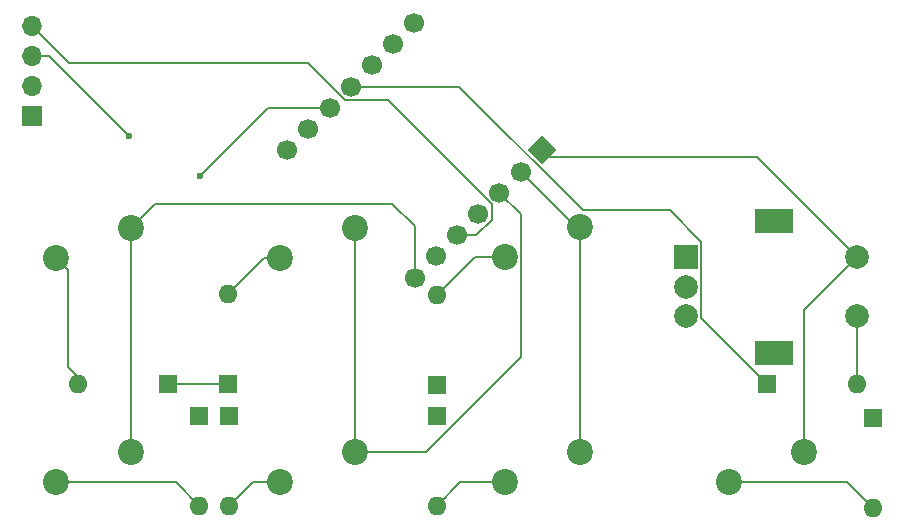
<source format=gtl>
G04 #@! TF.GenerationSoftware,KiCad,Pcbnew,8.0.5*
G04 #@! TF.CreationDate,2024-10-21T21:06:57-07:00*
G04 #@! TF.ProjectId,hackpad,6861636b-7061-4642-9e6b-696361645f70,rev?*
G04 #@! TF.SameCoordinates,Original*
G04 #@! TF.FileFunction,Copper,L1,Top*
G04 #@! TF.FilePolarity,Positive*
%FSLAX46Y46*%
G04 Gerber Fmt 4.6, Leading zero omitted, Abs format (unit mm)*
G04 Created by KiCad (PCBNEW 8.0.5) date 2024-10-21 21:06:57*
%MOMM*%
%LPD*%
G01*
G04 APERTURE LIST*
G04 Aperture macros list*
%AMRotRect*
0 Rectangle, with rotation*
0 The origin of the aperture is its center*
0 $1 length*
0 $2 width*
0 $3 Rotation angle, in degrees counterclockwise*
0 Add horizontal line*
21,1,$1,$2,0,0,$3*%
G04 Aperture macros list end*
G04 #@! TA.AperFunction,ComponentPad*
%ADD10C,2.200000*%
G04 #@! TD*
G04 #@! TA.AperFunction,ComponentPad*
%ADD11R,2.000000X2.000000*%
G04 #@! TD*
G04 #@! TA.AperFunction,ComponentPad*
%ADD12C,2.000000*%
G04 #@! TD*
G04 #@! TA.AperFunction,ComponentPad*
%ADD13R,3.200000X2.000000*%
G04 #@! TD*
G04 #@! TA.AperFunction,ComponentPad*
%ADD14R,1.700000X1.700000*%
G04 #@! TD*
G04 #@! TA.AperFunction,ComponentPad*
%ADD15O,1.700000X1.700000*%
G04 #@! TD*
G04 #@! TA.AperFunction,ComponentPad*
%ADD16R,1.600000X1.600000*%
G04 #@! TD*
G04 #@! TA.AperFunction,ComponentPad*
%ADD17O,1.600000X1.600000*%
G04 #@! TD*
G04 #@! TA.AperFunction,ComponentPad*
%ADD18RotRect,1.700000X1.700000X315.000000*%
G04 #@! TD*
G04 #@! TA.AperFunction,ComponentPad*
%ADD19C,1.700000*%
G04 #@! TD*
G04 #@! TA.AperFunction,ViaPad*
%ADD20C,0.600000*%
G04 #@! TD*
G04 #@! TA.AperFunction,Conductor*
%ADD21C,0.200000*%
G04 #@! TD*
G04 APERTURE END LIST*
D10*
G04 #@! TO.P,SW7,1,1*
G04 #@! TO.N,COL3*
X261050000Y-145950000D03*
G04 #@! TO.P,SW7,2,2*
G04 #@! TO.N,Net-(D8-A)*
X254700000Y-148490000D03*
G04 #@! TD*
G04 #@! TO.P,SW5,1,1*
G04 #@! TO.N,COL2*
X242050000Y-126870000D03*
G04 #@! TO.P,SW5,2,2*
G04 #@! TO.N,Net-(D3-A)*
X235700000Y-129410000D03*
G04 #@! TD*
G04 #@! TO.P,SW2,1,1*
G04 #@! TO.N,COL0*
X204050000Y-145950000D03*
G04 #@! TO.P,SW2,2,2*
G04 #@! TO.N,Net-(D5-A)*
X197700000Y-148490000D03*
G04 #@! TD*
G04 #@! TO.P,SW1,1,1*
G04 #@! TO.N,COL0*
X204050000Y-126950000D03*
G04 #@! TO.P,SW1,2,2*
G04 #@! TO.N,Net-(D1-A)*
X197700000Y-129490000D03*
G04 #@! TD*
G04 #@! TO.P,SW6,1,1*
G04 #@! TO.N,COL2*
X242050000Y-145950000D03*
G04 #@! TO.P,SW6,2,2*
G04 #@! TO.N,Net-(D7-A)*
X235700000Y-148490000D03*
G04 #@! TD*
G04 #@! TO.P,SW3,1,1*
G04 #@! TO.N,COL1*
X223050000Y-126950000D03*
G04 #@! TO.P,SW3,2,2*
G04 #@! TO.N,Net-(D2-A)*
X216700000Y-129490000D03*
G04 #@! TD*
G04 #@! TO.P,SW4,1,1*
G04 #@! TO.N,COL1*
X223050000Y-145950000D03*
G04 #@! TO.P,SW4,2,2*
G04 #@! TO.N,Net-(D6-A)*
X216700000Y-148490000D03*
G04 #@! TD*
D11*
G04 #@! TO.P,SW8,A,A*
G04 #@! TO.N,ROTA*
X251050000Y-129450000D03*
D12*
G04 #@! TO.P,SW8,B,B*
G04 #@! TO.N,ROTB*
X251050000Y-134450000D03*
G04 #@! TO.P,SW8,C,C*
G04 #@! TO.N,GND*
X251050000Y-131950000D03*
D13*
G04 #@! TO.P,SW8,MP*
G04 #@! TO.N,N/C*
X258550000Y-126350000D03*
X258550000Y-137550000D03*
D12*
G04 #@! TO.P,SW8,S1,S1*
G04 #@! TO.N,Net-(D4-A)*
X265550000Y-134450000D03*
G04 #@! TO.P,SW8,S2,S2*
G04 #@! TO.N,COL3*
X265550000Y-129450000D03*
G04 #@! TD*
D14*
G04 #@! TO.P,O1,1,Pin_1*
G04 #@! TO.N,GND*
X195650000Y-117510000D03*
D15*
G04 #@! TO.P,O1,2,Pin_2*
G04 #@! TO.N,VCC*
X195650000Y-114969999D03*
G04 #@! TO.P,O1,3,Pin_3*
G04 #@! TO.N,SCL*
X195650000Y-112430000D03*
G04 #@! TO.P,O1,4,Pin_4*
G04 #@! TO.N,SDA*
X195650000Y-109890000D03*
G04 #@! TD*
D16*
G04 #@! TO.P,D7,1,K*
G04 #@! TO.N,ROW1*
X229950000Y-142880001D03*
D17*
G04 #@! TO.P,D7,2,A*
G04 #@! TO.N,Net-(D7-A)*
X229950000Y-150500001D03*
G04 #@! TD*
D16*
G04 #@! TO.P,D3,1,K*
G04 #@! TO.N,ROW0*
X229950000Y-140300000D03*
D17*
G04 #@! TO.P,D3,2,A*
G04 #@! TO.N,Net-(D3-A)*
X229950000Y-132680000D03*
G04 #@! TD*
D16*
G04 #@! TO.P,D8,1,K*
G04 #@! TO.N,ROW1*
X266900000Y-143050000D03*
D17*
G04 #@! TO.P,D8,2,A*
G04 #@! TO.N,Net-(D8-A)*
X266900000Y-150670000D03*
G04 #@! TD*
D18*
G04 #@! TO.P,U1,1,PA02_A0_D0*
G04 #@! TO.N,COL3*
X238850000Y-120390000D03*
D19*
G04 #@! TO.P,U1,2,PA4_A1_D1*
G04 #@! TO.N,COL2*
X237053949Y-122186051D03*
G04 #@! TO.P,U1,3,PA10_A2_D2*
G04 #@! TO.N,COL1*
X235257897Y-123982102D03*
G04 #@! TO.P,U1,4,PA11_A3_D3*
G04 #@! TO.N,unconnected-(U1-PA11_A3_D3-Pad4)*
X233461846Y-125778153D03*
G04 #@! TO.P,U1,5,PA8_A4_D4_SDA*
G04 #@! TO.N,SDA*
X231665795Y-127574204D03*
G04 #@! TO.P,U1,6,PA9_A5_D5_SCL*
G04 #@! TO.N,SCL*
X229869744Y-129370256D03*
G04 #@! TO.P,U1,7,PB08_A6_D6_TX*
G04 #@! TO.N,COL0*
X228073693Y-131166307D03*
G04 #@! TO.P,U1,8,PB09_A7_D7_RX*
G04 #@! TO.N,ROTB*
X217290314Y-120382928D03*
G04 #@! TO.P,U1,9,PA7_A8_D8_SCK*
G04 #@! TO.N,ROTA*
X219086365Y-118586877D03*
G04 #@! TO.P,U1,10,PA5_A9_D9_MISO*
G04 #@! TO.N,ROW1*
X220882417Y-116790826D03*
G04 #@! TO.P,U1,11,PA6_A10_D10_MOSI*
G04 #@! TO.N,ROW0*
X222678468Y-114994775D03*
G04 #@! TO.P,U1,12,3V3*
G04 #@! TO.N,unconnected-(U1-3V3-Pad12)*
X224474519Y-113198724D03*
G04 #@! TO.P,U1,13,GND*
G04 #@! TO.N,GND*
X226270570Y-111402672D03*
G04 #@! TO.P,U1,14,5V*
G04 #@! TO.N,VCC*
X228066621Y-109606621D03*
G04 #@! TD*
D16*
G04 #@! TO.P,D1,1,K*
G04 #@! TO.N,ROW0*
X207160000Y-140190000D03*
D17*
G04 #@! TO.P,D1,2,A*
G04 #@! TO.N,Net-(D1-A)*
X199540000Y-140190000D03*
G04 #@! TD*
D16*
G04 #@! TO.P,D5,1,K*
G04 #@! TO.N,ROW1*
X209850000Y-142880001D03*
D17*
G04 #@! TO.P,D5,2,A*
G04 #@! TO.N,Net-(D5-A)*
X209850000Y-150500001D03*
G04 #@! TD*
D16*
G04 #@! TO.P,D4,1,K*
G04 #@! TO.N,ROW0*
X257940000Y-140190000D03*
D17*
G04 #@! TO.P,D4,2,A*
G04 #@! TO.N,Net-(D4-A)*
X265560000Y-140190000D03*
G04 #@! TD*
D16*
G04 #@! TO.P,D6,1,K*
G04 #@! TO.N,ROW1*
X212350000Y-142890000D03*
D17*
G04 #@! TO.P,D6,2,A*
G04 #@! TO.N,Net-(D6-A)*
X212350000Y-150510000D03*
G04 #@! TD*
D16*
G04 #@! TO.P,D2,1,K*
G04 #@! TO.N,ROW0*
X212250000Y-140200000D03*
D17*
G04 #@! TO.P,D2,2,A*
G04 #@! TO.N,Net-(D2-A)*
X212250000Y-132580000D03*
G04 #@! TD*
D20*
G04 #@! TO.N,ROW1*
X209900000Y-122550000D03*
G04 #@! TO.N,SCL*
X203900000Y-119200000D03*
G04 #@! TD*
D21*
G04 #@! TO.N,ROW0*
X252350000Y-128150000D02*
X252350000Y-134600000D01*
X222678468Y-114994775D02*
X231828429Y-114994775D01*
X249670000Y-125470000D02*
X252350000Y-128150000D01*
X252350000Y-134600000D02*
X257940000Y-140190000D01*
X207160000Y-140190000D02*
X212240000Y-140190000D01*
X231828429Y-114994775D02*
X242303654Y-125470000D01*
X212240000Y-140190000D02*
X212250000Y-140200000D01*
X242303654Y-125470000D02*
X249670000Y-125470000D01*
G04 #@! TO.N,Net-(D1-A)*
X198750000Y-138700000D02*
X198750000Y-130540000D01*
X198750000Y-130540000D02*
X197700000Y-129490000D01*
X200240000Y-140190000D02*
X198750000Y-138700000D01*
G04 #@! TO.N,ROW1*
X220882417Y-116790826D02*
X215659174Y-116790826D01*
X215659174Y-116790826D02*
X209900000Y-122550000D01*
X209850000Y-142880001D02*
X210200000Y-142530001D01*
G04 #@! TO.N,Net-(D2-A)*
X215340000Y-129490000D02*
X216700000Y-129490000D01*
X212250000Y-132580000D02*
X215340000Y-129490000D01*
G04 #@! TO.N,Net-(D3-A)*
X235700000Y-129410000D02*
X233220000Y-129410000D01*
X233220000Y-129410000D02*
X229950000Y-132680000D01*
G04 #@! TO.N,Net-(D4-A)*
X265550000Y-140180000D02*
X265560000Y-140190000D01*
X265550000Y-134450000D02*
X265550000Y-140180000D01*
G04 #@! TO.N,Net-(D5-A)*
X197700000Y-148490000D02*
X207839999Y-148490000D01*
X207839999Y-148490000D02*
X209850000Y-150500001D01*
G04 #@! TO.N,Net-(D6-A)*
X212350000Y-150510000D02*
X214370000Y-148490000D01*
X214370000Y-148490000D02*
X216700000Y-148490000D01*
G04 #@! TO.N,Net-(D7-A)*
X235700000Y-148490000D02*
X231960001Y-148490000D01*
X231960001Y-148490000D02*
X229950000Y-150500001D01*
G04 #@! TO.N,Net-(D8-A)*
X264720000Y-148490000D02*
X266900000Y-150670000D01*
X254700000Y-148490000D02*
X264720000Y-148490000D01*
G04 #@! TO.N,COL0*
X204050000Y-126950000D02*
X206071847Y-124928153D01*
X228073693Y-130976307D02*
X228300000Y-130750000D01*
X228073693Y-131166307D02*
X228073693Y-130976307D01*
X204050000Y-126950000D02*
X204050000Y-145950000D01*
X228073693Y-126801846D02*
X226200000Y-124928153D01*
X206071847Y-124928153D02*
X226200000Y-124928153D01*
X228073693Y-131166307D02*
X228073693Y-126801846D01*
G04 #@! TO.N,COL1*
X229080001Y-145950000D02*
X237100000Y-137930001D01*
X223050000Y-145950000D02*
X229080001Y-145950000D01*
X237100000Y-137930001D02*
X237100000Y-125824205D01*
X237100000Y-125824205D02*
X235257897Y-123982102D01*
X223050000Y-126950000D02*
X223050000Y-145950000D01*
G04 #@! TO.N,COL2*
X241737898Y-126870000D02*
X242050000Y-126870000D01*
X237053949Y-122186051D02*
X241737898Y-126870000D01*
X242050000Y-126870000D02*
X242050000Y-145950000D01*
G04 #@! TO.N,COL3*
X261050000Y-133950000D02*
X265550000Y-129450000D01*
X261050000Y-145950000D02*
X261050000Y-133950000D01*
X239451041Y-120991041D02*
X257091041Y-120991041D01*
X238850000Y-120390000D02*
X239451041Y-120991041D01*
X257091041Y-120991041D02*
X265550000Y-129450000D01*
G04 #@! TO.N,SDA*
X198781326Y-113021326D02*
X195650000Y-109890000D01*
X225794224Y-116144775D02*
X222202122Y-116144775D01*
X219078674Y-113021326D02*
X198781326Y-113021326D01*
X233292141Y-127574204D02*
X234611846Y-126254499D01*
X231665795Y-127574204D02*
X233292141Y-127574204D01*
X222202122Y-116144775D02*
X219078674Y-113021326D01*
X234611846Y-124962397D02*
X225794224Y-116144775D01*
X234611846Y-126254499D02*
X234611846Y-124962397D01*
G04 #@! TO.N,SCL*
X229869744Y-129370256D02*
X229869744Y-129469744D01*
X229869744Y-129469744D02*
X229900000Y-129500000D01*
X197130000Y-112430000D02*
X195650000Y-112430000D01*
X203900000Y-119200000D02*
X197130000Y-112430000D01*
G04 #@! TD*
M02*

</source>
